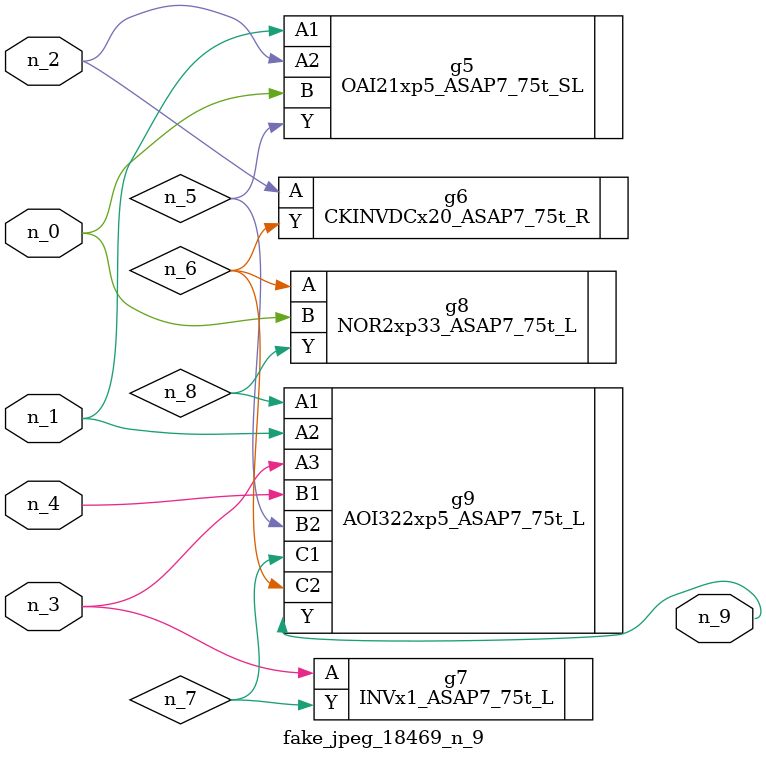
<source format=v>
module fake_jpeg_18469_n_9 (n_3, n_2, n_1, n_0, n_4, n_9);

input n_3;
input n_2;
input n_1;
input n_0;
input n_4;

output n_9;

wire n_8;
wire n_6;
wire n_5;
wire n_7;

OAI21xp5_ASAP7_75t_SL g5 ( 
.A1(n_1),
.A2(n_2),
.B(n_0),
.Y(n_5)
);

CKINVDCx20_ASAP7_75t_R g6 ( 
.A(n_2),
.Y(n_6)
);

INVx1_ASAP7_75t_L g7 ( 
.A(n_3),
.Y(n_7)
);

NOR2xp33_ASAP7_75t_L g8 ( 
.A(n_6),
.B(n_0),
.Y(n_8)
);

AOI322xp5_ASAP7_75t_L g9 ( 
.A1(n_8),
.A2(n_1),
.A3(n_3),
.B1(n_4),
.B2(n_5),
.C1(n_7),
.C2(n_6),
.Y(n_9)
);


endmodule
</source>
